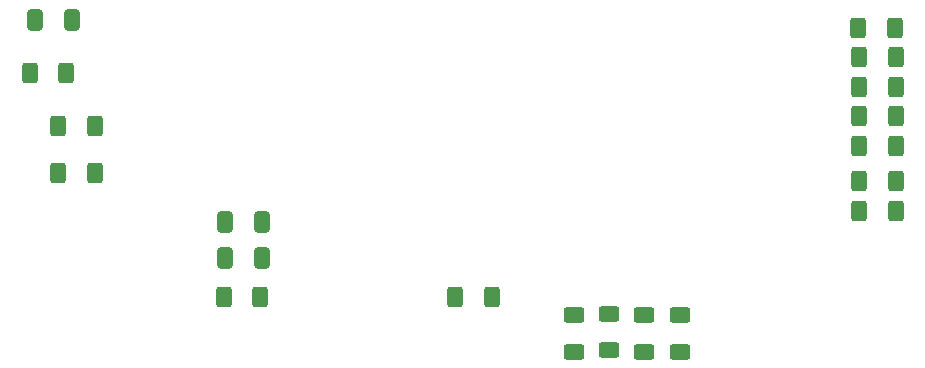
<source format=gbr>
%TF.GenerationSoftware,KiCad,Pcbnew,9.0.3*%
%TF.CreationDate,2025-12-16T09:59:01+01:00*%
%TF.ProjectId,PTP_Darijo_Matesic_Project1,5054505f-4461-4726-996a-6f5f4d617465,rev?*%
%TF.SameCoordinates,Original*%
%TF.FileFunction,Paste,Top*%
%TF.FilePolarity,Positive*%
%FSLAX46Y46*%
G04 Gerber Fmt 4.6, Leading zero omitted, Abs format (unit mm)*
G04 Created by KiCad (PCBNEW 9.0.3) date 2025-12-16 09:59:01*
%MOMM*%
%LPD*%
G01*
G04 APERTURE LIST*
G04 Aperture macros list*
%AMRoundRect*
0 Rectangle with rounded corners*
0 $1 Rounding radius*
0 $2 $3 $4 $5 $6 $7 $8 $9 X,Y pos of 4 corners*
0 Add a 4 corners polygon primitive as box body*
4,1,4,$2,$3,$4,$5,$6,$7,$8,$9,$2,$3,0*
0 Add four circle primitives for the rounded corners*
1,1,$1+$1,$2,$3*
1,1,$1+$1,$4,$5*
1,1,$1+$1,$6,$7*
1,1,$1+$1,$8,$9*
0 Add four rect primitives between the rounded corners*
20,1,$1+$1,$2,$3,$4,$5,0*
20,1,$1+$1,$4,$5,$6,$7,0*
20,1,$1+$1,$6,$7,$8,$9,0*
20,1,$1+$1,$8,$9,$2,$3,0*%
G04 Aperture macros list end*
%ADD10RoundRect,0.250000X0.400000X0.625000X-0.400000X0.625000X-0.400000X-0.625000X0.400000X-0.625000X0*%
%ADD11RoundRect,0.250000X-0.412500X-0.650000X0.412500X-0.650000X0.412500X0.650000X-0.412500X0.650000X0*%
%ADD12RoundRect,0.250000X-0.400000X-0.625000X0.400000X-0.625000X0.400000X0.625000X-0.400000X0.625000X0*%
%ADD13RoundRect,0.250000X0.412500X0.650000X-0.412500X0.650000X-0.412500X-0.650000X0.412500X-0.650000X0*%
%ADD14RoundRect,0.250000X0.625000X-0.400000X0.625000X0.400000X-0.625000X0.400000X-0.625000X-0.400000X0*%
G04 APERTURE END LIST*
D10*
%TO.C,R3*%
X122050000Y-75500000D03*
X118950000Y-75500000D03*
%TD*%
D11*
%TO.C,C4*%
X83437500Y-52000000D03*
X86562500Y-52000000D03*
%TD*%
D12*
%TO.C,R15*%
X153190000Y-60190000D03*
X156290000Y-60190000D03*
%TD*%
%TO.C,R1*%
X85370000Y-65000000D03*
X88470000Y-65000000D03*
%TD*%
%TO.C,R20*%
X153190000Y-55190000D03*
X156290000Y-55190000D03*
%TD*%
D13*
%TO.C,C5*%
X102625000Y-72170000D03*
X99500000Y-72170000D03*
%TD*%
D14*
%TO.C,R10*%
X129000000Y-80100000D03*
X129000000Y-77000000D03*
%TD*%
D12*
%TO.C,R9*%
X99387500Y-75500000D03*
X102487500Y-75500000D03*
%TD*%
%TO.C,R19*%
X153090000Y-52690000D03*
X156190000Y-52690000D03*
%TD*%
%TO.C,R16*%
X153190000Y-62690000D03*
X156290000Y-62690000D03*
%TD*%
%TO.C,R17*%
X153190000Y-65690000D03*
X156290000Y-65690000D03*
%TD*%
D14*
%TO.C,R13*%
X135000000Y-80100000D03*
X135000000Y-77000000D03*
%TD*%
D13*
%TO.C,C3*%
X102625000Y-69170000D03*
X99500000Y-69170000D03*
%TD*%
D14*
%TO.C,R12*%
X138000000Y-80100000D03*
X138000000Y-77000000D03*
%TD*%
D12*
%TO.C,R18*%
X153190000Y-68190000D03*
X156290000Y-68190000D03*
%TD*%
%TO.C,R14*%
X153190000Y-57690000D03*
X156290000Y-57690000D03*
%TD*%
%TO.C,R4*%
X82950000Y-56500000D03*
X86050000Y-56500000D03*
%TD*%
D14*
%TO.C,R11*%
X132000000Y-80000000D03*
X132000000Y-76900000D03*
%TD*%
D12*
%TO.C,R2*%
X85370000Y-61000000D03*
X88470000Y-61000000D03*
%TD*%
M02*

</source>
